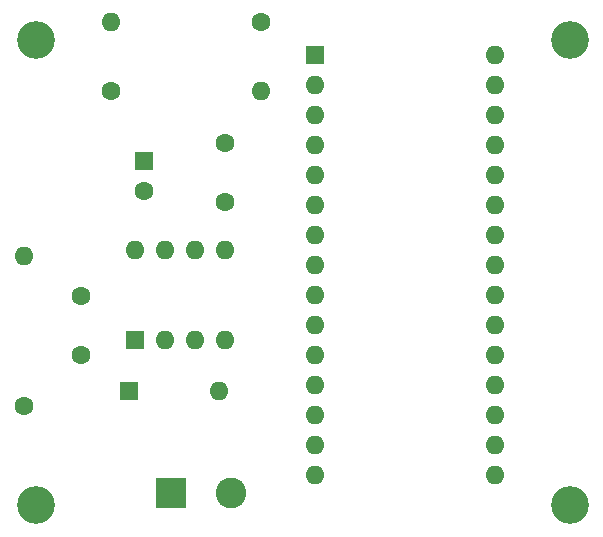
<source format=gbr>
%TF.GenerationSoftware,KiCad,Pcbnew,(6.0.2)*%
%TF.CreationDate,2022-03-21T18:21:57-04:00*%
%TF.ProjectId,dccsniffer,64636373-6e69-4666-9665-722e6b696361,rev?*%
%TF.SameCoordinates,Original*%
%TF.FileFunction,Soldermask,Top*%
%TF.FilePolarity,Negative*%
%FSLAX46Y46*%
G04 Gerber Fmt 4.6, Leading zero omitted, Abs format (unit mm)*
G04 Created by KiCad (PCBNEW (6.0.2)) date 2022-03-21 18:21:57*
%MOMM*%
%LPD*%
G01*
G04 APERTURE LIST*
%ADD10R,1.600000X1.600000*%
%ADD11O,1.600000X1.600000*%
%ADD12C,1.600000*%
%ADD13C,3.200000*%
%ADD14R,2.600000X2.600000*%
%ADD15C,2.600000*%
G04 APERTURE END LIST*
D10*
%TO.C,D1*%
X108966000Y-46990000D03*
D11*
X116586000Y-46990000D03*
%TD*%
D12*
%TO.C,R2*%
X120142000Y-15748000D03*
D11*
X107442000Y-15748000D03*
%TD*%
D12*
%TO.C,C1*%
X104902000Y-38902000D03*
X104902000Y-43902000D03*
%TD*%
D13*
%TO.C,H2*%
X146304000Y-17272000D03*
%TD*%
%TO.C,H3*%
X101092000Y-17272000D03*
%TD*%
D10*
%TO.C,U1*%
X109484000Y-42662000D03*
D11*
X112024000Y-42662000D03*
X114564000Y-42662000D03*
X117104000Y-42662000D03*
X117104000Y-35042000D03*
X114564000Y-35042000D03*
X112024000Y-35042000D03*
X109484000Y-35042000D03*
%TD*%
D12*
%TO.C,R3*%
X107442000Y-21590000D03*
D11*
X120142000Y-21590000D03*
%TD*%
D12*
%TO.C,C3*%
X117094000Y-25948000D03*
X117094000Y-30948000D03*
%TD*%
D10*
%TO.C,C2*%
X110236000Y-27496888D03*
D12*
X110236000Y-29996888D03*
%TD*%
D10*
%TO.C,A1*%
X124724000Y-18542000D03*
D11*
X124724000Y-21082000D03*
X124724000Y-23622000D03*
X124724000Y-26162000D03*
X124724000Y-28702000D03*
X124724000Y-31242000D03*
X124724000Y-33782000D03*
X124724000Y-36322000D03*
X124724000Y-38862000D03*
X124724000Y-41402000D03*
X124724000Y-43942000D03*
X124724000Y-46482000D03*
X124724000Y-49022000D03*
X124724000Y-51562000D03*
X124724000Y-54102000D03*
X139964000Y-54102000D03*
X139964000Y-51562000D03*
X139964000Y-49022000D03*
X139964000Y-46482000D03*
X139964000Y-43942000D03*
X139964000Y-41402000D03*
X139964000Y-38862000D03*
X139964000Y-36322000D03*
X139964000Y-33782000D03*
X139964000Y-31242000D03*
X139964000Y-28702000D03*
X139964000Y-26162000D03*
X139964000Y-23622000D03*
X139964000Y-21082000D03*
X139964000Y-18542000D03*
%TD*%
D14*
%TO.C,J1*%
X112522000Y-55626000D03*
D15*
X117602000Y-55626000D03*
%TD*%
D12*
%TO.C,R1*%
X100076000Y-48260000D03*
D11*
X100076000Y-35560000D03*
%TD*%
D13*
%TO.C,H4*%
X101092000Y-56642000D03*
%TD*%
%TO.C,H1*%
X146304000Y-56642000D03*
%TD*%
M02*

</source>
